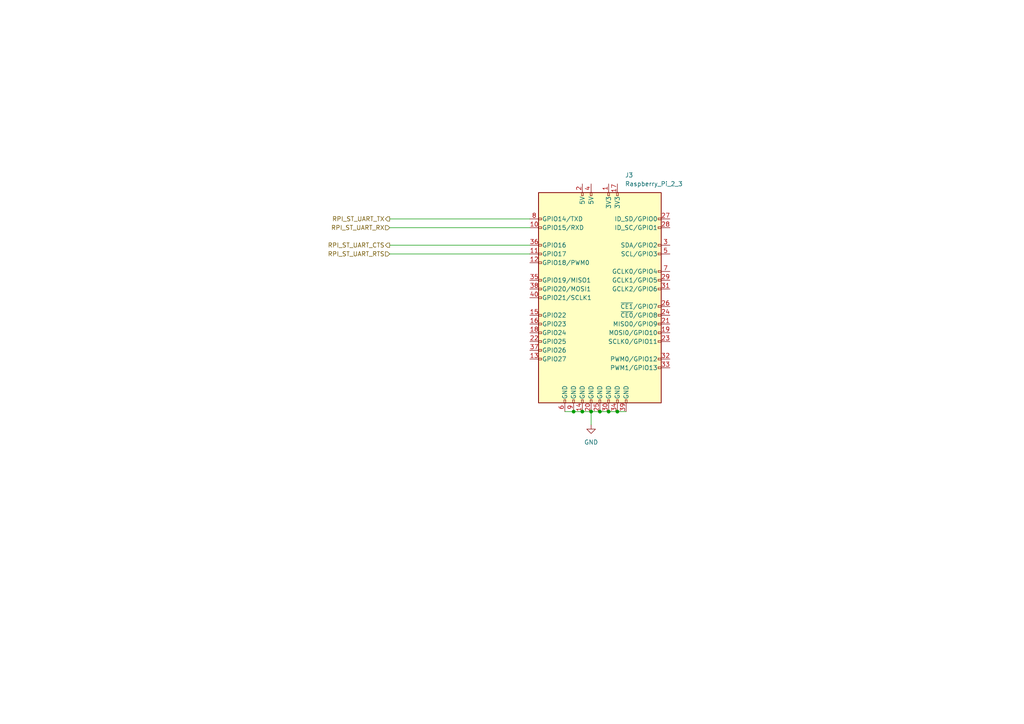
<source format=kicad_sch>
(kicad_sch (version 20230121) (generator eeschema)
  (paper "A4")
  (lib_symbols
    (symbol "Connector:Raspberry_Pi_2_3" (pin_names (offset 1.016))
      (property "Reference" "J" (at -17.78 31.75 0))
      (property "Value" "Raspberry_Pi_2_3" (at 10.16 -31.75 0))
      (symbol "Raspberry_Pi_2_3_0_1"
        (rectangle (start -17.78 30.48) (end 17.78 -30.48) (stroke (width 0.254)) (fill (type background)))
      )
      (symbol "Raspberry_Pi_2_3_1_1"
        (rectangle (start -16.891 -17.526) (end -17.78 -18.034))
        (rectangle (start -16.891 -14.986) (end -17.78 -15.494))
        (rectangle (start -16.891 -12.446) (end -17.78 -12.954))
        (rectangle (start -16.891 -9.906) (end -17.78 -10.414))
        (rectangle (start -16.891 -7.366) (end -17.78 -7.874))
        (rectangle (start -16.891 -4.826) (end -17.78 -5.334))
        (rectangle (start -16.891 0.254) (end -17.78 -0.254))
        (rectangle (start -16.891 2.794) (end -17.78 2.286))
        (rectangle (start -16.891 5.334) (end -17.78 4.826))
        (rectangle (start -16.891 10.414) (end -17.78 9.906))
        (rectangle (start -16.891 12.954) (end -17.78 12.446))
        (rectangle (start -16.891 15.494) (end -17.78 14.986))
        (rectangle (start -16.891 20.574) (end -17.78 20.066))
        (rectangle (start -16.891 23.114) (end -17.78 22.606))
        (rectangle (start -10.414 -29.591) (end -9.906 -30.48))
        (rectangle (start -7.874 -29.591) (end -7.366 -30.48))
        (rectangle (start -5.334 -29.591) (end -4.826 -30.48))
        (rectangle (start -5.334 30.48) (end -4.826 29.591))
        (rectangle (start -2.794 -29.591) (end -2.286 -30.48))
        (rectangle (start -2.794 30.48) (end -2.286 29.591))
        (rectangle (start -0.254 -29.591) (end 0.254 -30.48))
        (rectangle (start 2.286 -29.591) (end 2.794 -30.48))
        (rectangle (start 2.286 30.48) (end 2.794 29.591))
        (rectangle (start 4.826 -29.591) (end 5.334 -30.48))
        (rectangle (start 4.826 30.48) (end 5.334 29.591))
        (rectangle (start 7.366 -29.591) (end 7.874 -30.48))
        (rectangle (start 17.78 -20.066) (end 16.891 -20.574))
        (rectangle (start 17.78 -17.526) (end 16.891 -18.034))
        (rectangle (start 17.78 -12.446) (end 16.891 -12.954))
        (rectangle (start 17.78 -9.906) (end 16.891 -10.414))
        (rectangle (start 17.78 -7.366) (end 16.891 -7.874))
        (rectangle (start 17.78 -4.826) (end 16.891 -5.334))
        (rectangle (start 17.78 -2.286) (end 16.891 -2.794))
        (rectangle (start 17.78 2.794) (end 16.891 2.286))
        (rectangle (start 17.78 5.334) (end 16.891 4.826))
        (rectangle (start 17.78 7.874) (end 16.891 7.366))
        (rectangle (start 17.78 12.954) (end 16.891 12.446))
        (rectangle (start 17.78 15.494) (end 16.891 14.986))
        (rectangle (start 17.78 20.574) (end 16.891 20.066))
        (rectangle (start 17.78 23.114) (end 16.891 22.606))
        (pin power_in line (at 2.54 33.02 270) (length 2.54) (name "3V3") (number "1"))
        (pin bidirectional line (at -20.32 20.32 0) (length 2.54) (name "GPIO15/RXD") (number "10"))
        (pin bidirectional line (at -20.32 12.7 0) (length 2.54) (name "GPIO17") (number "11"))
        (pin bidirectional line (at -20.32 10.16 0) (length 2.54) (name "GPIO18/PWM0") (number "12"))
        (pin bidirectional line (at -20.32 -17.78 0) (length 2.54) (name "GPIO27") (number "13"))
        (pin power_in line (at -5.08 -33.02 90) (length 2.54) (name "GND") (number "14"))
        (pin bidirectional line (at -20.32 -5.08 0) (length 2.54) (name "GPIO22") (number "15"))
        (pin bidirectional line (at -20.32 -7.62 0) (length 2.54) (name "GPIO23") (number "16"))
        (pin power_in line (at 5.08 33.02 270) (length 2.54) (name "3V3") (number "17"))
        (pin bidirectional line (at -20.32 -10.16 0) (length 2.54) (name "GPIO24") (number "18"))
        (pin bidirectional line (at 20.32 -10.16 180) (length 2.54) (name "MOSI0/GPIO10") (number "19"))
        (pin power_in line (at -5.08 33.02 270) (length 2.54) (name "5V") (number "2"))
        (pin power_in line (at -2.54 -33.02 90) (length 2.54) (name "GND") (number "20"))
        (pin bidirectional line (at 20.32 -7.62 180) (length 2.54) (name "MISO0/GPIO9") (number "21"))
        (pin bidirectional line (at -20.32 -12.7 0) (length 2.54) (name "GPIO25") (number "22"))
        (pin bidirectional line (at 20.32 -12.7 180) (length 2.54) (name "SCLK0/GPIO11") (number "23"))
        (pin bidirectional line (at 20.32 -5.08 180) (length 2.54) (name "~{CE0}/GPIO8") (number "24"))
        (pin power_in line (at 0 -33.02 90) (length 2.54) (name "GND") (number "25"))
        (pin bidirectional line (at 20.32 -2.54 180) (length 2.54) (name "~{CE1}/GPIO7") (number "26"))
        (pin bidirectional line (at 20.32 22.86 180) (length 2.54) (name "ID_SD/GPIO0") (number "27"))
        (pin bidirectional line (at 20.32 20.32 180) (length 2.54) (name "ID_SC/GPIO1") (number "28"))
        (pin bidirectional line (at 20.32 5.08 180) (length 2.54) (name "GCLK1/GPIO5") (number "29"))
        (pin bidirectional line (at 20.32 15.24 180) (length 2.54) (name "SDA/GPIO2") (number "3"))
        (pin power_in line (at 2.54 -33.02 90) (length 2.54) (name "GND") (number "30"))
        (pin bidirectional line (at 20.32 2.54 180) (length 2.54) (name "GCLK2/GPIO6") (number "31"))
        (pin bidirectional line (at 20.32 -17.78 180) (length 2.54) (name "PWM0/GPIO12") (number "32"))
        (pin bidirectional line (at 20.32 -20.32 180) (length 2.54) (name "PWM1/GPIO13") (number "33"))
        (pin power_in line (at 5.08 -33.02 90) (length 2.54) (name "GND") (number "34"))
        (pin bidirectional line (at -20.32 5.08 0) (length 2.54) (name "GPIO19/MISO1") (number "35"))
        (pin bidirectional line (at -20.32 15.24 0) (length 2.54) (name "GPIO16") (number "36"))
        (pin bidirectional line (at -20.32 -15.24 0) (length 2.54) (name "GPIO26") (number "37"))
        (pin bidirectional line (at -20.32 2.54 0) (length 2.54) (name "GPIO20/MOSI1") (number "38"))
        (pin power_in line (at 7.62 -33.02 90) (length 2.54) (name "GND") (number "39"))
        (pin power_in line (at -2.54 33.02 270) (length 2.54) (name "5V") (number "4"))
        (pin bidirectional line (at -20.32 0 0) (length 2.54) (name "GPIO21/SCLK1") (number "40"))
        (pin bidirectional line (at 20.32 12.7 180) (length 2.54) (name "SCL/GPIO3") (number "5"))
        (pin power_in line (at -10.16 -33.02 90) (length 2.54) (name "GND") (number "6"))
        (pin bidirectional line (at 20.32 7.62 180) (length 2.54) (name "GCLK0/GPIO4") (number "7"))
        (pin bidirectional line (at -20.32 22.86 0) (length 2.54) (name "GPIO14/TXD") (number "8"))
        (pin power_in line (at -7.62 -33.02 90) (length 2.54) (name "GND") (number "9"))
      )
    )
    (symbol "power:GND" (power) (pin_names (offset 0))
      (property "Value" "GND" (at 0 -3.81 0))
      (symbol "GND_0_1"
        (polyline (pts (xy 0 0) (xy 0 -1.27) (xy 1.27 -1.27) (xy 0 -2.54) (xy -1.27 -1.27) (xy 0 -1.27)))
      )
      (symbol "GND_1_1"
        (pin power_in line (at 0 0 270) (length 0) hide (name "GND") (number "1"))
      )
    )
  )
  (junction (at 179.07 119.38))
  (junction (at 176.53 119.38))
  (junction (at 168.91 119.38))
  (junction (at 171.45 119.38))
  (junction (at 173.99 119.38))
  (junction (at 166.37 119.38))
  (wire (pts (xy 113.03 71.12) (xy 153.67 71.12)))
  (wire (pts (xy 171.45 119.38) (xy 171.45 123.19)))
  (wire (pts (xy 113.03 63.5) (xy 153.67 63.5)))
  (wire (pts (xy 163.83 119.38) (xy 166.37 119.38)))
  (wire (pts (xy 113.03 66.04) (xy 153.67 66.04)))
  (wire (pts (xy 113.03 73.66) (xy 153.67 73.66)))
  (wire (pts (xy 173.99 119.38) (xy 176.53 119.38)))
  (wire (pts (xy 176.53 119.38) (xy 179.07 119.38)))
  (wire (pts (xy 168.91 119.38) (xy 171.45 119.38)))
  (wire (pts (xy 166.37 119.38) (xy 168.91 119.38)))
  (wire (pts (xy 171.45 119.38) (xy 173.99 119.38)))
  (wire (pts (xy 179.07 119.38) (xy 181.61 119.38)))
  (hierarchical_label "RPI_ST_UART_RX" (shape input) (at 113.03 66.04 180))
  (hierarchical_label "RPI_ST_UART_CTS" (shape output) (at 113.03 71.12 180))
  (hierarchical_label "RPI_ST_UART_RTS" (shape input) (at 113.03 73.66 180))
  (hierarchical_label "RPI_ST_UART_TX" (shape output) (at 113.03 63.5 180))
  (symbol (lib_id "Connector:Raspberry_Pi_2_3") (at 173.99 86.36 0) (unit 1)
    (property "Reference" "J3" (at 181.2641 50.8 0) (effects (justify left)))
    (property "Value" "Raspberry_Pi_2_3" (at 181.2641 53.34 0) (effects (justify left)))
    (property "Datasheet" "https://www.raspberrypi.org/documentation/hardware/raspberrypi/schematics/rpi_SCH_3bplus_1p0_reduced.pdf" (effects hide))
  )
  (symbol (lib_id "power:GND") (at 171.45 123.19 0) (unit 1)
    (property "Reference" "#PWR038" (effects hide))
    (property "Value" "GND" (at 171.45 128.27 0))
  )
)
</source>
